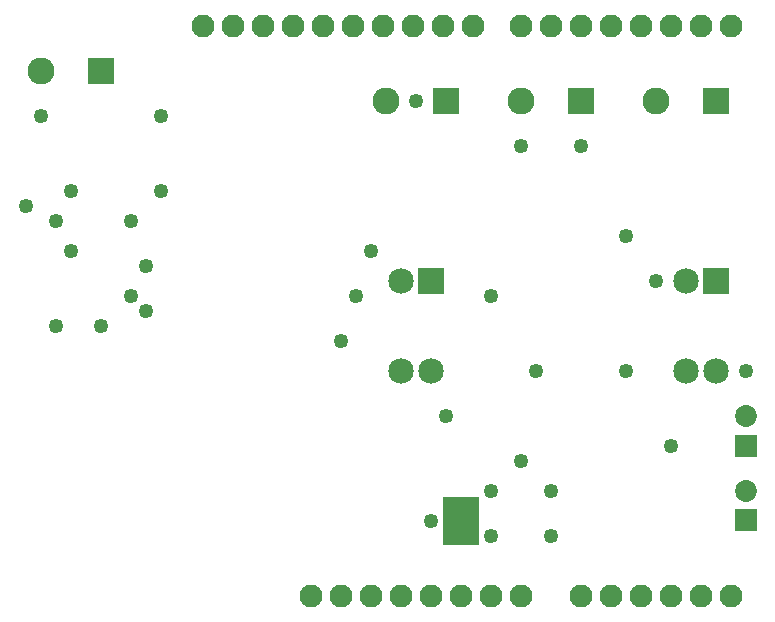
<source format=gbs>
G04 MADE WITH FRITZING*
G04 WWW.FRITZING.ORG*
G04 DOUBLE SIDED*
G04 HOLES PLATED*
G04 CONTOUR ON CENTER OF CONTOUR VECTOR*
%ASAXBY*%
%FSLAX23Y23*%
%MOIN*%
%OFA0B0*%
%SFA1.0B1.0*%
%ADD10C,0.049370*%
%ADD11C,0.076194*%
%ADD12C,0.076222*%
%ADD13C,0.090000*%
%ADD14C,0.085000*%
%ADD15C,0.072992*%
%ADD16R,0.121721X0.160623*%
%ADD17R,0.090000X0.090000*%
%ADD18R,0.085000X0.085000*%
%ADD19R,0.072992X0.072992*%
%LNMASK0*%
G90*
G70*
G54D10*
X1702Y452D03*
X1202Y952D03*
X1252Y1102D03*
X1302Y1252D03*
X2002Y1602D03*
X2152Y1302D03*
X1452Y1752D03*
X302Y1452D03*
X302Y1252D03*
X552Y1202D03*
X552Y1052D03*
X602Y1452D03*
X602Y1702D03*
X202Y1702D03*
X152Y1402D03*
X252Y1002D03*
X1852Y851D03*
X2152Y852D03*
X502Y1352D03*
X2252Y1152D03*
X1502Y352D03*
X2552Y852D03*
X1702Y1102D03*
X2303Y603D03*
X1552Y703D03*
X1802Y553D03*
X502Y1102D03*
X1802Y1602D03*
X402Y1002D03*
X252Y1352D03*
X1702Y302D03*
X1902Y302D03*
X1902Y452D03*
G54D11*
X2102Y103D03*
X2202Y103D03*
X2302Y103D03*
X2402Y103D03*
X2502Y103D03*
G54D12*
X1642Y2003D03*
X1542Y2003D03*
X1442Y2003D03*
X1342Y2003D03*
X1242Y2003D03*
X1142Y2003D03*
X1042Y2003D03*
X942Y2003D03*
X842Y2003D03*
X742Y2003D03*
X2502Y2003D03*
X2402Y2003D03*
X2302Y2003D03*
X2202Y2003D03*
X2102Y2003D03*
X2002Y2003D03*
X1902Y2003D03*
X1802Y2003D03*
G54D11*
X1202Y103D03*
X1102Y103D03*
X1302Y103D03*
X1402Y103D03*
X1502Y103D03*
X1602Y103D03*
X1702Y103D03*
X1802Y103D03*
X2002Y103D03*
G54D13*
X2452Y1753D03*
X2252Y1753D03*
X1552Y1752D03*
X1352Y1752D03*
X2002Y1753D03*
X1802Y1753D03*
X402Y1852D03*
X202Y1852D03*
G54D14*
X2452Y1152D03*
X2452Y852D03*
X2352Y1152D03*
X2352Y852D03*
X1502Y1152D03*
X1502Y852D03*
X1402Y1152D03*
X1402Y852D03*
G54D15*
X2552Y602D03*
X2552Y701D03*
X2552Y354D03*
X2552Y453D03*
G54D16*
X1602Y353D03*
G54D17*
X2452Y1753D03*
X1552Y1752D03*
X2002Y1753D03*
X402Y1852D03*
G54D18*
X2452Y1152D03*
X1502Y1152D03*
G54D19*
X2552Y602D03*
X2552Y354D03*
G04 End of Mask0*
M02*
</source>
